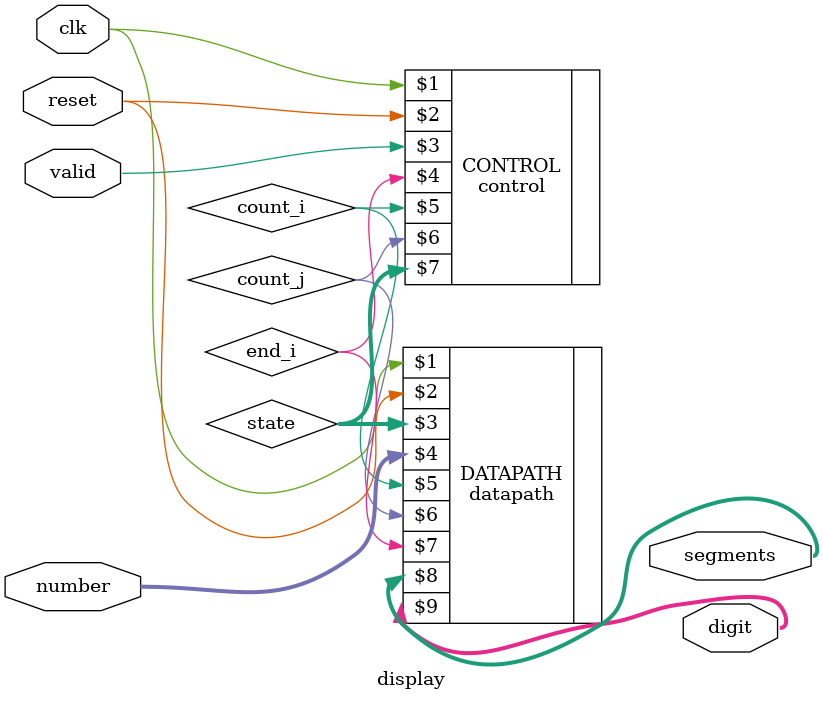
<source format=v>
`timescale 1 ps / 1 ps

module display(clk, reset, valid, number, segments, digit);

parameter iN = 18; //number of bits of counter i
parameter jN = 3; //number of bits of counter j

input clk, reset, valid;
input [4*2**jN-1:0] number;
output [7:0] segments;
output [2**jN-1:0] digit;

wire [2**jN-1:0] digit;
wire [7:0] segments;

wire [1:0] state; //state of FSM
wire end_i, count_i, count_j;


control CONTROL(clk, reset, valid, end_i, count_i, count_j, state);
datapath DATAPATH(clk, reset, state, number, count_i, count_j, end_i, segments, digit);

endmodule
</source>
